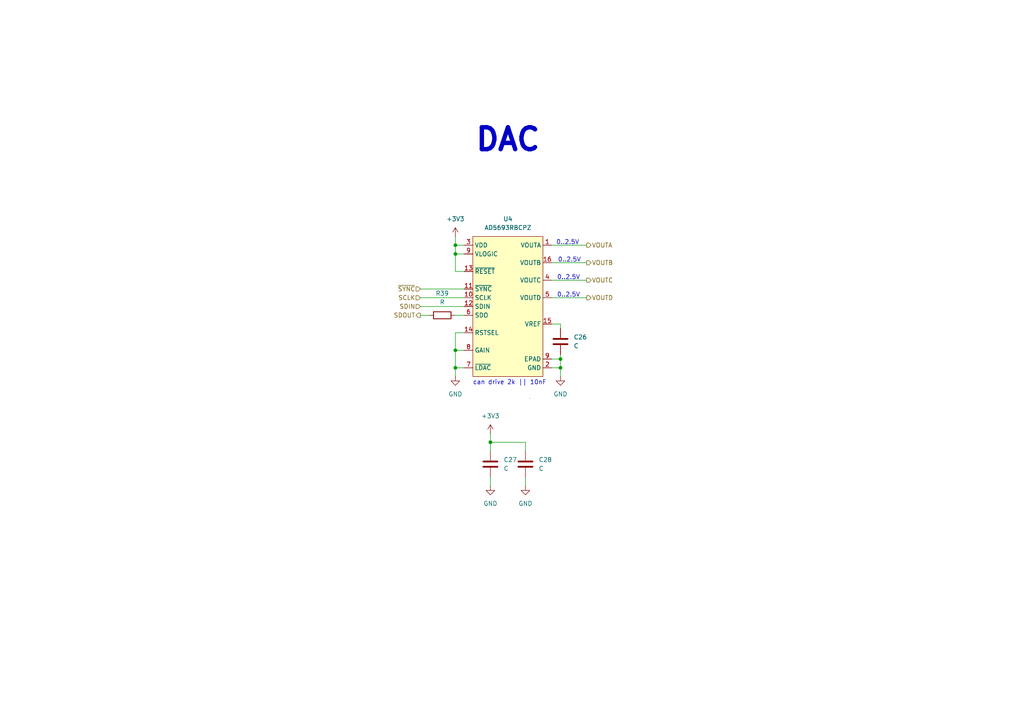
<source format=kicad_sch>
(kicad_sch (version 20250114) (generator "eeschema") (generator_version "9.0")
  (paper "A4")
  (lib_symbols
    (symbol "Device:C" (pin_numbers (hide yes)) (pin_names (offset 0.254))
      (property "Reference" "C" (at 0.635 2.54 0))
      (property "Value" "C" (at 0.635 -2.54 0))
      (symbol "C_0_1"
        (polyline (pts (xy -2.032 0.762) (xy 2.032 0.762)) (stroke (width 0.508)))
        (polyline (pts (xy -2.032 -0.762) (xy 2.032 -0.762)) (stroke (width 0.508)))
      )
      (symbol "C_1_1"
        (pin passive line (at 0 3.81 270) (length 2.794) (name "~") (number "1"))
        (pin passive line (at 0 -3.81 90) (length 2.794) (name "~") (number "2"))
      )
    )
    (symbol "Device:R" (pin_numbers (hide yes)) (pin_names (offset 0))
      (property "Reference" "R" (at 2.032 0 90))
      (property "Value" "R" (at 0 0 90))
      (symbol "R_0_1"
        (rectangle (start -1.016 -2.54) (end 1.016 2.54) (stroke (width 0.254)))
      )
      (symbol "R_1_1"
        (pin passive line (at 0 3.81 270) (length 1.27) (name "~") (number "1"))
        (pin passive line (at 0 -3.81 90) (length 1.27) (name "~") (number "2"))
      )
    )
    (symbol "power:+3V3" (power) (pin_numbers (hide yes)) (pin_names (offset 0) (hide yes))
      (property "Value" "+3V3" (at 0 3.556 0))
      (symbol "+3V3_0_1"
        (polyline (pts (xy -0.762 1.27) (xy 0 2.54)))
        (polyline (pts (xy 0 2.54) (xy 0.762 1.27)))
        (polyline (pts (xy 0 0) (xy 0 2.54)))
      )
      (symbol "+3V3_1_1"
        (pin power_in line (at 0 0 90) (length 0) (name "~") (number "1"))
      )
    )
    (symbol "power:GND" (power) (pin_numbers (hide yes)) (pin_names (offset 0) (hide yes))
      (property "Value" "GND" (at 0 -3.81 0))
      (symbol "GND_0_1"
        (polyline (pts (xy 0 0) (xy 0 -1.27) (xy 1.27 -1.27) (xy 0 -2.54) (xy -1.27 -1.27) (xy 0 -1.27)))
      )
      (symbol "GND_1_1"
        (pin power_in line (at 0 0 270) (length 0) (name "~") (number "1"))
      )
    )
    (symbol "ps-ch:AD5686RBCPZ"
      (property "Reference" "U" (at -10.16 20.574 0))
      (property "Value" "AD5693RBCPZ" (at -10.16 -20.574 0))
      (symbol "AD5686RBCPZ_0_1"
        (rectangle (start 6.35 -26.67) (end 6.35 -26.67))
      )
      (symbol "AD5686RBCPZ_1_1"
        (rectangle (start -10.16 20.32) (end 10.16 -20.32) (fill (type background)))
        (pin power_in line (at -12.7 17.78 0) (length 2.54) (name "VDD") (number "3"))
        (pin power_in line (at -12.7 15.24 0) (length 2.54) (name "VLOGIC") (number "9"))
        (pin input line (at -12.7 10.16 0) (length 2.54) (name "~{RESET}") (number "13"))
        (pin input line (at -12.7 5.08 0) (length 2.54) (name "~{SYNC}") (number "11"))
        (pin input line (at -12.7 2.54 0) (length 2.54) (name "SCLK") (number "10"))
        (pin input line (at -12.7 0 0) (length 2.54) (name "SDIN") (number "12"))
        (pin output line (at -12.7 -2.54 0) (length 2.54) (name "SDO") (number "6"))
        (pin input line (at -12.7 -7.62 0) (length 2.54) (name "RSTSEL") (number "14"))
        (pin input line (at -12.7 -12.7 0) (length 2.54) (name "GAIN") (number "8"))
        (pin input line (at -12.7 -17.78 0) (length 2.54) (name "~{LDAC}") (number "7"))
        (pin output line (at 12.7 17.78 180) (length 2.54) (name "VOUTA") (number "1"))
        (pin output line (at 12.7 12.7 180) (length 2.54) (name "VOUTB") (number "16"))
        (pin output line (at 12.7 7.62 180) (length 2.54) (name "VOUTC") (number "4"))
        (pin output line (at 12.7 2.54 180) (length 2.54) (name "VOUTD") (number "5"))
        (pin passive line (at 12.7 -5.08 180) (length 2.54) (name "VREF") (number "15"))
        (pin power_in line (at 12.7 -15.24 180) (length 2.54) (name "EPAD") (number "9"))
        (pin power_in line (at 12.7 -17.78 180) (length 2.54) (name "GND") (number "2"))
      )
    )
  )
  (text "0..2.5V" (at 161.29 71.12 0) (effects (font (size 1.27 1.27)) (justify left bottom)))
  (text "0..2.5V" (at 161.544 86.36 0) (effects (font (size 1.27 1.27)) (justify left bottom)))
  (text "DAC" (at 147.32 40.64 0) (effects (font (size 6.35 6.35) (thickness 1.27) (bold yes))))
  (text "0..2.5V" (at 161.798 76.2 0) (effects (font (size 1.27 1.27)) (justify left bottom)))
  (text "0..2.5V" (at 161.544 81.28 0) (effects (font (size 1.27 1.27)) (justify left bottom)))
  (text "can drive 2k || 10nF" (at 137.16 111.76 0) (effects (font (size 1.27 1.27)) (justify left bottom)))
  (junction (at 132.08 71.12))
  (junction (at 132.08 101.6))
  (junction (at 162.56 104.14))
  (junction (at 132.08 106.68))
  (junction (at 132.08 73.66))
  (junction (at 142.24 128.27))
  (junction (at 162.56 106.68))
  (wire (pts (xy 160.02 86.36) (xy 170.18 86.36)))
  (wire (pts (xy 160.02 81.28) (xy 170.18 81.28)))
  (wire (pts (xy 132.08 96.52) (xy 132.08 101.6)))
  (wire (pts (xy 134.62 78.74) (xy 132.08 78.74)))
  (wire (pts (xy 121.92 83.82) (xy 134.62 83.82)))
  (wire (pts (xy 162.56 93.98) (xy 162.56 95.25)))
  (wire (pts (xy 132.08 68.58) (xy 132.08 71.12)))
  (wire (pts (xy 134.62 71.12) (xy 132.08 71.12)))
  (wire (pts (xy 134.62 86.36) (xy 121.92 86.36)))
  (wire (pts (xy 132.08 101.6) (xy 134.62 101.6)))
  (wire (pts (xy 142.24 128.27) (xy 142.24 130.81)))
  (wire (pts (xy 121.92 91.44) (xy 124.46 91.44)))
  (wire (pts (xy 160.02 93.98) (xy 162.56 93.98)))
  (wire (pts (xy 132.08 71.12) (xy 132.08 73.66)))
  (wire (pts (xy 132.08 106.68) (xy 132.08 109.22)))
  (wire (pts (xy 160.02 106.68) (xy 162.56 106.68)))
  (wire (pts (xy 160.02 76.2) (xy 170.18 76.2)))
  (wire (pts (xy 152.4 128.27) (xy 142.24 128.27)))
  (wire (pts (xy 134.62 88.9) (xy 121.92 88.9)))
  (wire (pts (xy 134.62 73.66) (xy 132.08 73.66)))
  (wire (pts (xy 162.56 104.14) (xy 162.56 106.68)))
  (wire (pts (xy 152.4 128.27) (xy 152.4 130.81)))
  (wire (pts (xy 132.08 96.52) (xy 134.62 96.52)))
  (wire (pts (xy 132.08 101.6) (xy 132.08 106.68)))
  (wire (pts (xy 132.08 106.68) (xy 134.62 106.68)))
  (wire (pts (xy 162.56 106.68) (xy 162.56 109.22)))
  (wire (pts (xy 152.4 138.43) (xy 152.4 140.97)))
  (wire (pts (xy 160.02 71.12) (xy 170.18 71.12)))
  (wire (pts (xy 132.08 91.44) (xy 134.62 91.44)))
  (wire (pts (xy 142.24 138.43) (xy 142.24 140.97)))
  (wire (pts (xy 160.02 104.14) (xy 162.56 104.14)))
  (wire (pts (xy 142.24 125.73) (xy 142.24 128.27)))
  (wire (pts (xy 162.56 102.87) (xy 162.56 104.14)))
  (wire (pts (xy 132.08 78.74) (xy 132.08 73.66)))
  (hierarchical_label "~{SYNC}" (shape input) (at 121.92 83.82 180))
  (hierarchical_label "SCLK" (shape input) (at 121.92 86.36 180))
  (hierarchical_label "SDIN" (shape input) (at 121.92 88.9 180))
  (hierarchical_label "VOUTA" (shape output) (at 170.18 71.12 0))
  (hierarchical_label "VOUTB" (shape output) (at 170.18 76.2 0))
  (hierarchical_label "SDOUT" (shape output) (at 121.92 91.44 180))
  (hierarchical_label "VOUTD" (shape output) (at 170.18 86.36 0))
  (hierarchical_label "VOUTC" (shape output) (at 170.18 81.28 0))
  (symbol (lib_id "power:+3V3") (at 142.24 125.73 0) (unit 1)
    (property "Reference" "#PWR035" (effects (hide yes)))
    (property "Value" "+3V3" (at 142.24 120.65 0))
    (property "Description" "Power symbol creates a global label with name \"+3V3\"" (effects (hide yes)))
  )
  (symbol (lib_id "ps-ch:AD5686RBCPZ") (at 147.32 88.9 0) (unit 1)
    (property "Reference" "U4" (at 147.32 63.5 0))
    (property "Value" "AD5693RBCPZ" (at 147.32 66.04 0))
  )
  (symbol (lib_id "Device:C") (at 152.4 134.62 0) (unit 1)
    (property "Reference" "C28" (at 156.21 133.3499 0) (effects (justify left)))
    (property "Value" "C" (at 156.21 135.8899 0) (effects (justify left)))
    (property "Description" "Unpolarized capacitor" (effects (hide yes)))
  )
  (symbol (lib_id "power:GND") (at 152.4 140.97 0) (unit 1)
    (property "Reference" "#PWR037" (effects (hide yes)))
    (property "Value" "GND" (at 152.4 146.05 0))
    (property "Description" "Power symbol creates a global label with name \"GND\" , ground" (effects (hide yes)))
  )
  (symbol (lib_id "power:GND") (at 162.56 109.22 0) (unit 1)
    (property "Reference" "#PWR033" (effects (hide yes)))
    (property "Value" "GND" (at 162.56 114.3 0))
    (property "Description" "Power symbol creates a global label with name \"GND\" , ground" (effects (hide yes)))
  )
  (symbol (lib_id "power:GND") (at 142.24 140.97 0) (unit 1)
    (property "Reference" "#PWR036" (effects (hide yes)))
    (property "Value" "GND" (at 142.24 146.05 0))
    (property "Description" "Power symbol creates a global label with name \"GND\" , ground" (effects (hide yes)))
  )
  (symbol (lib_id "Device:R") (at 128.27 91.44 270) (unit 1)
    (property "Reference" "R39" (at 128.27 85.09 90))
    (property "Value" "R" (at 128.27 87.63 90))
    (property "Description" "Resistor" (effects (hide yes)))
  )
  (symbol (lib_id "Device:C") (at 142.24 134.62 0) (unit 1)
    (property "Reference" "C27" (at 146.05 133.3499 0) (effects (justify left)))
    (property "Value" "C" (at 146.05 135.8899 0) (effects (justify left)))
    (property "Description" "Unpolarized capacitor" (effects (hide yes)))
  )
  (symbol (lib_id "power:+3V3") (at 132.08 68.58 0) (unit 1)
    (property "Reference" "#PWR046" (effects (hide yes)))
    (property "Value" "+3V3" (at 132.08 63.5 0))
    (property "Description" "Power symbol creates a global label with name \"+3V3\"" (effects (hide yes)))
  )
  (symbol (lib_id "Device:C") (at 162.56 99.06 0) (unit 1)
    (property "Reference" "C26" (at 166.37 97.7899 0) (effects (justify left)))
    (property "Value" "C" (at 166.37 100.3299 0) (effects (justify left)))
    (property "Description" "Unpolarized capacitor" (effects (hide yes)))
  )
  (symbol (lib_id "power:GND") (at 132.08 109.22 0) (unit 1)
    (property "Reference" "#PWR038" (effects (hide yes)))
    (property "Value" "GND" (at 132.08 114.3 0))
    (property "Description" "Power symbol creates a global label with name \"GND\" , ground" (effects (hide yes)))
  )
)
</source>
